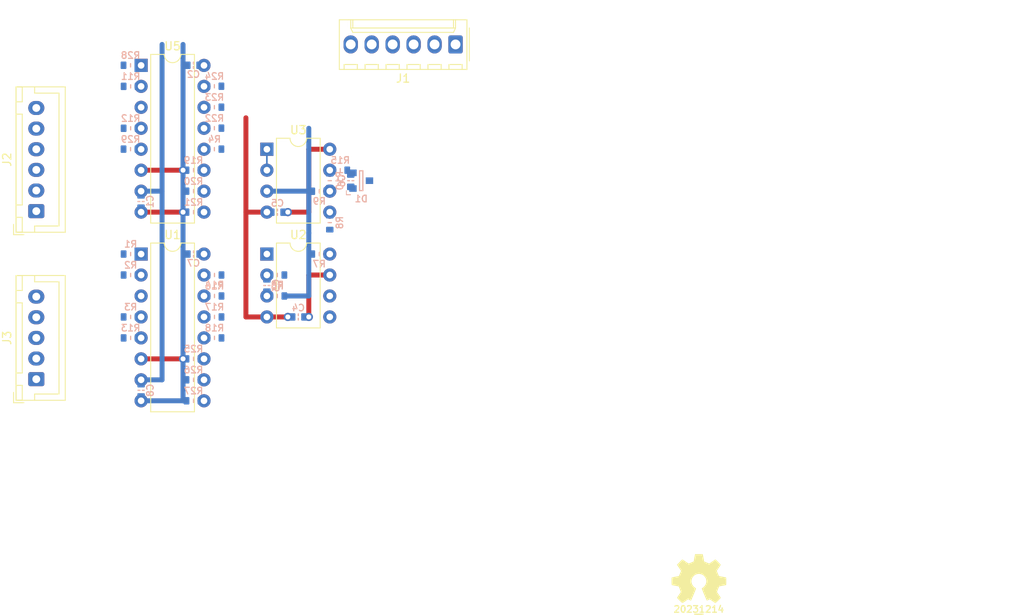
<source format=kicad_pcb>
(kicad_pcb (version 20240108) (generator "pcbnew") (generator_version "8.0")
  (layers (0 "F.Cu" mixed) (31 "B.Cu" mixed) (34 "B.Paste" user) (35 "F.Paste" user) (36 "B.SilkS" user "B.Silkscreen") (37 "F.SilkS" user "F.Silkscreen") (38 "B.Mask" user) (39 "F.Mask" user) (44 "Edge.Cuts" user))
  (net 0 "")
  (net 1 "/-5V")
  (net 2 "GND")
  (net 3 "/+3.3V")
  (net 4 "/SEN+")
  (net 5 "/SEN-")
  (net 6 "/+8V")
  (net 7 "/TC_out")
  (net 9 "/+5V")
  (net 10 "/1_LOAD")
  (net 11 "/1_HDL3")
  (net 12 "/1_COM")
  (net 13 "/1_HDL4")
  (net 14 "/1_HDL6")
  (net 15 "/1_TC")
  (net 16 "Net-(U2-OUT)")
  (net 17 "Net-(U2-OFS3)")
  (net 18 "Net-(U3--IN1)")
  (net 19 "Net-(U3--IN2)")
  (net 22 "/2_C3A")
  (net 23 "/2_Sense")
  (net 24 "/2_C1")
  (net 25 "/2_C2")
  (net 26 "/2_C3B")
  (net 27 "Net-(U1-A4)")
  (net 29 "Net-(U1-A6)")
  (net 30 "Net-(U1-A7)")
  (net 32 "Net-(U5-A6)")
  (net 33 "Net-(U5-A3)")
  (net 34 "Net-(U5-A0)")
  (net 35 "Net-(U5-A1)")
  (net 36 "Net-(U5-A2)")
  (net 39 "Net-(U5-A7)")
  (net 40 "Net-(U5-A4)")
  (net 41 "Net-(U5-A5)")
  (net 42 "/MUX0_2")
  (net 43 "/MUX0_1")
  (net 44 "/MUX0_0")
  (net 45 "Net-(U1-A5)")
  (net 46 "/MUX1_1")
  (net 47 "Net-(U1-A2)")
  (net 48 "/MUX1_2")
  (net 49 "/MUX1_0")
  (net 50 "Net-(U1-A1)")
  (net 51 "Net-(U1-A0)")
  (net 52 "Net-(U1-A3)")
  (net 53 "Net-(U3-+IN2)")
  (net 54 "Net-(U3-OUT2)")
  (footprint "SquantorLabels:Label_Generic" (layer "F.Cu") (at 138.7 91.3)
    (property "Reference" "N1" (hide yes))
    (property "Value" "20231214" (at 0 0 0) (layer "F.SilkS") (effects (font (size 0.8 0.8))))
  )
  (footprint "Symbol:OSHW-Symbol_6.7x6mm_SilkScreen" (layer "F.Cu") (at 138.7 87.6)
    (property "Reference" "N2" (hide yes))
    (property "Value" "OHWLOGO" (hide yes))
  )
  (footprint "Package_DIP:DIP-16_W7.62mm" (layer "F.Cu") (at 71.12 25.4)
    (property "Reference" "U5" (at 3.81 -2.33 360) (layer "F.SilkS"))
    (property "Value" "74XX4051")
    (pad "1" thru_hole rect (at 0 0) (size 1.6 1.6) (drill 0.8) (layers "*.Cu" "*.Mask") (net 40 "Net-(U5-A4)"))
    (pad "2" thru_hole oval (at 0 2.54) (size 1.6 1.6) (drill 0.8) (layers "*.Cu" "*.Mask") (net 32 "Net-(U5-A6)"))
    (pad "3" thru_hole oval (at 0 5.08) (size 1.6 1.6) (drill 0.8) (layers "*.Cu" "*.Mask") (net 5 "/SEN-"))
    (pad "4" thru_hole oval (at 0 7.62) (size 1.6 1.6) (drill 0.8) (layers "*.Cu" "*.Mask") (net 39 "Net-(U5-A7)"))
    (pad "5" thru_hole oval (at 0 10.16) (size 1.6 1.6) (drill 0.8) (layers "*.Cu" "*.Mask") (net 41 "Net-(U5-A5)"))
    (pad "6" thru_hole oval (at 0 12.7) (size 1.6 1.6) (drill 0.8) (layers "*.Cu" "*.Mask") (net 2 "GND"))
    (pad "7" thru_hole oval (at 0 15.24) (size 1.6 1.6) (drill 0.8) (layers "*.Cu" "*.Mask") (net 1 "/-5V"))
    (pad "8" thru_hole oval (at 0 17.78) (size 1.6 1.6) (drill 0.8) (layers "*.Cu" "*.Mask") (net 2 "GND"))
    (pad "9" thru_hole oval (at 7.62 17.78) (size 1.6 1.6) (drill 0.8) (layers "*.Cu" "*.Mask") (net 42 "/MUX0_2"))
    (pad "10" thru_hole oval (at 7.62 15.24) (size 1.6 1.6) (drill 0.8) (layers "*.Cu" "*.Mask") (net 43 "/MUX0_1"))
    (pad "11" thru_hole oval (at 7.62 12.7) (size 1.6 1.6) (drill 0.8) (layers "*.Cu" "*.Mask") (net 44 "/MUX0_0"))
    (pad "12" thru_hole oval (at 7.62 10.16) (size 1.6 1.6) (drill 0.8) (layers "*.Cu" "*.Mask") (net 33 "Net-(U5-A3)"))
    (pad "13" thru_hole oval (at 7.62 7.62) (size 1.6 1.6) (drill 0.8) (layers "*.Cu" "*.Mask") (net 34 "Net-(U5-A0)"))
    (pad "14" thru_hole oval (at 7.62 5.08) (size 1.6 1.6) (drill 0.8) (layers "*.Cu" "*.Mask") (net 35 "Net-(U5-A1)"))
    (pad "15" thru_hole oval (at 7.62 2.54) (size 1.6 1.6) (drill 0.8) (layers "*.Cu" "*.Mask") (net 36 "Net-(U5-A2)"))
    (pad "16" thru_hole oval (at 7.62 0) (size 1.6 1.6) (drill 0.8) (layers "*.Cu" "*.Mask") (net 3 "/+3.3V"))
  )
  (footprint "Connector_Molex:Molex_KK-254_AE-6410-06A_1x06_P2.54mm_Vertical" (layer "F.Cu") (at 109.22 22.86 180)
    (property "Reference" "J1" (at 6.35 -4.12 0) (layer "F.SilkS"))
    (property "Value" "Conn_01x06")
    (pad "1" thru_hole roundrect (at 0 0 180) (size 1.74 2.19) (drill 1.19) (layers "*.Cu" "*.Mask") (roundrect_rratio 0.143678) (net 1 "/-5V"))
    (pad "2" thru_hole oval (at 2.54 0 180) (size 1.74 2.19) (drill 1.19) (layers "*.Cu" "*.Mask") (net 2 "GND"))
    (pad "3" thru_hole oval (at 5.08 0 180) (size 1.74 2.19) (drill 1.19) (layers "*.Cu" "*.Mask") (net 3 "/+3.3V"))
    (pad "4" thru_hole oval (at 7.62 0 180) (size 1.74 2.19) (drill 1.19) (layers "*.Cu" "*.Mask") (net 9 "/+5V"))
    (pad "5" thru_hole oval (at 10.16 0 180) (size 1.74 2.19) (drill 1.19) (layers "*.Cu" "*.Mask") (net 6 "/+8V"))
    (pad "6" thru_hole oval (at 12.7 0 180) (size 1.74 2.19) (drill 1.19) (layers "*.Cu" "*.Mask"))
  )
  (footprint "Package_DIP:DIP-8_W7.62mm" (layer "F.Cu") (at 86.36 35.56)
    (property "Reference" "U3" (at 3.81 -2.33 360) (layer "F.SilkS"))
    (property "Value" "LM358")
    (pad "1" thru_hole rect (at 0 0) (size 1.6 1.6) (drill 0.8) (layers "*.Cu" "*.Mask") (net 18 "Net-(U3--IN1)"))
    (pad "2" thru_hole oval (at 0 2.54) (size 1.6 1.6) (drill 0.8) (layers "*.Cu" "*.Mask") (net 18 "Net-(U3--IN1)"))
    (pad "3" thru_hole oval (at 0 5.08) (size 1.6 1.6) (drill 0.8) (layers "*.Cu" "*.Mask") (net 2 "GND"))
    (pad "4" thru_hole oval (at 0 7.62) (size 1.6 1.6) (drill 0.8) (layers "*.Cu" "*.Mask") (net 1 "/-5V"))
    (pad "5" thru_hole oval (at 7.62 7.62) (size 1.6 1.6) (drill 0.8) (layers "*.Cu" "*.Mask") (net 53 "Net-(U3-+IN2)"))
    (pad "6" thru_hole oval (at 7.62 5.08) (size 1.6 1.6) (drill 0.8) (layers "*.Cu" "*.Mask") (net 19 "Net-(U3--IN2)"))
    (pad "7" thru_hole oval (at 7.62 2.54) (size 1.6 1.6) (drill 0.8) (layers "*.Cu" "*.Mask") (net 54 "Net-(U3-OUT2)"))
    (pad "8" thru_hole oval (at 7.62 0) (size 1.6 1.6) (drill 0.8) (layers "*.Cu" "*.Mask") (net 6 "/+8V"))
  )
  (footprint "Package_DIP:DIP-8_W7.62mm" (layer "F.Cu") (at 86.36 48.26)
    (property "Reference" "U2" (at 3.81 -2.33 0) (layer "F.SilkS"))
    (property "Value" "OP07C")
    (pad "1" thru_hole rect (at 0 0) (size 1.6 1.6) (drill 0.8) (layers "*.Cu" "*.Mask"))
    (pad "2" thru_hole oval (at 0 2.54) (size 1.6 1.6) (drill 0.8) (layers "*.Cu" "*.Mask") (net 5 "/SEN-"))
    (pad "3" thru_hole oval (at 0 5.08) (size 1.6 1.6) (drill 0.8) (layers "*.Cu" "*.Mask") (net 4 "/SEN+"))
    (pad "4" thru_hole oval (at 0 7.62) (size 1.6 1.6) (drill 0.8) (layers "*.Cu" "*.Mask") (net 1 "/-5V"))
    (pad "5" thru_hole oval (at 7.62 7.62) (size 1.6 1.6) (drill 0.8) (layers "*.Cu" "*.Mask"))
    (pad "6" thru_hole oval (at 7.62 5.08) (size 1.6 1.6) (drill 0.8) (layers "*.Cu" "*.Mask") (net 16 "Net-(U2-OUT)"))
    (pad "7" thru_hole oval (at 7.62 2.54) (size 1.6 1.6) (drill 0.8) (layers "*.Cu" "*.Mask") (net 6 "/+8V"))
    (pad "8" thru_hole oval (at 7.62 0) (size 1.6 1.6) (drill 0.8) (layers "*.Cu" "*.Mask") (net 17 "Net-(U2-OFS3)"))
  )
  (footprint "Package_DIP:DIP-16_W7.62mm" (layer "F.Cu") (at 71.12 48.26)
    (property "Reference" "U1" (at 3.81 -2.33 360) (layer "F.SilkS"))
    (property "Value" "74XX4051")
    (pad "1" thru_hole rect (at 0 0) (size 1.6 1.6) (drill 0.8) (layers "*.Cu" "*.Mask") (net 27 "Net-(U1-A4)"))
    (pad "2" thru_hole oval (at 0 2.54) (size 1.6 1.6) (drill 0.8) (layers "*.Cu" "*.Mask") (net 29 "Net-(U1-A6)"))
    (pad "3" thru_hole oval (at 0 5.08) (size 1.6 1.6) (drill 0.8) (layers "*.Cu" "*.Mask") (net 4 "/SEN+"))
    (pad "4" thru_hole oval (at 0 7.62) (size 1.6 1.6) (drill 0.8) (layers "*.Cu" "*.Mask") (net 30 "Net-(U1-A7)"))
    (pad "5" thru_hole oval (at 0 10.16) (size 1.6 1.6) (drill 0.8) (layers "*.Cu" "*.Mask") (net 45 "Net-(U1-A5)"))
    (pad "6" thru_hole oval (at 0 12.7) (size 1.6 1.6) (drill 0.8) (layers "*.Cu" "*.Mask") (net 2 "GND"))
    (pad "7" thru_hole oval (at 0 15.24) (size 1.6 1.6) (drill 0.8) (layers "*.Cu" "*.Mask") (net 1 "/-5V"))
    (pad "8" thru_hole oval (at 0 17.78) (size 1.6 1.6) (drill 0.8) (layers "*.Cu" "*.Mask") (net 2 "GND"))
    (pad "9" thru_hole oval (at 7.62 17.78) (size 1.6 1.6) (drill 0.8) (layers "*.Cu" "*.Mask") (net 48 "/MUX1_2"))
    (pad "10" thru_hole oval (at 7.62 15.24) (size 1.6 1.6) (drill 0.8) (layers "*.Cu" "*.Mask") (net 46 "/MUX1_1"))
    (pad "11" thru_hole oval (at 7.62 12.7) (size 1.6 1.6) (drill 0.8) (layers "*.Cu" "*.Mask") (net 49 "/MUX1_0"))
    (pad "12" thru_hole oval (at 7.62 10.16) (size 1.6 1.6) (drill 0.8) (layers "*.Cu" "*.Mask") (net 52 "Net-(U1-A3)"))
    (pad "13" thru_hole oval (at 7.62 7.62) (size 1.6 1.6) (drill 0.8) (layers "*.Cu" "*.Mask") (net 51 "Net-(U1-A0)"))
    (pad "14" thru_hole oval (at 7.62 5.08) (size 1.6 1.6) (drill 0.8) (layers "*.Cu" "*.Mask") (net 50 "Net-(U1-A1)"))
    (pad "15" thru_hole oval (at 7.62 2.54) (size 1.6 1.6) (drill 0.8) (layers "*.Cu" "*.Mask") (net 47 "Net-(U1-A2)"))
    (pad "16" thru_hole oval (at 7.62 0) (size 1.6 1.6) (drill 0.8) (layers "*.Cu" "*.Mask") (net 3 "/+3.3V"))
  )
  (footprint "Connector_JST:JST_XH_B5B-XH-A_1x05_P2.50mm_Vertical" (layer "F.Cu") (at 58.42 63.42 90)
    (property "Reference" "J3" (at 5 -3.55 90) (layer "F.SilkS"))
    (property "Value" "Conn_01x05")
    (pad "1" thru_hole roundrect (at 0 0 90) (size 1.7 1.95) (drill 0.95) (layers "*.Cu" "*.Mask") (roundrect_rratio 0.147059) (net 24 "/2_C1"))
    (pad "2" thru_hole oval (at 2.5 0 90) (size 1.7 1.95) (drill 0.95) (layers "*.Cu" "*.Mask") (net 26 "/2_C3B"))
    (pad "3" thru_hole oval (at 5 0 90) (size 1.7 1.95) (drill 0.95) (layers "*.Cu" "*.Mask") (net 25 "/2_C2"))
    (pad "4" thru_hole oval (at 7.5 0 90) (size 1.7 1.95) (drill 0.95) (layers "*.Cu" "*.Mask") (net 22 "/2_C3A"))
    (pad "5" thru_hole oval (at 10 0 90) (size 1.7 1.95) (drill 0.95) (layers "*.Cu" "*.Mask") (net 23 "/2_Sense"))
  )
  (footprint "Connector_JST:JST_XH_B6B-XH-A_1x06_P2.50mm_Vertical" (layer "F.Cu") (at 58.42 43.06 90)
    (property "Reference" "J2" (at 6.25 -3.55 90) (layer "F.SilkS"))
    (property "Value" "Conn_01x06")
    (pad "1" thru_hole roundrect (at 0 0 90) (size 1.7 1.95) (drill 0.95) (layers "*.Cu" "*.Mask") (roundrect_rratio 0.147059) (net 15 "/1_TC"))
    (pad "2" thru_hole oval (at 2.5 0 90) (size 1.7 1.95) (drill 0.95) (layers "*.Cu" "*.Mask") (net 12 "/1_COM"))
    (pad "3" thru_hole oval (at 5 0 90) (size 1.7 1.95) (drill 0.95) (layers "*.Cu" "*.Mask") (net 11 "/1_HDL3"))
    (pad "4" thru_hole oval (at 7.5 0 90) (size 1.7 1.95) (drill 0.95) (layers "*.Cu" "*.Mask") (net 13 "/1_HDL4"))
    (pad "5" thru_hole oval (at 10 0 90) (size 1.7 1.95) (drill 0.95) (layers "*.Cu" "*.Mask") (net 10 "/1_LOAD"))
    (pad "6" thru_hole oval (at 12.5 0 90) (size 1.7 1.95) (drill 0.95) (layers "*.Cu" "*.Mask") (net 14 "/1_HDL6"))
  )
  (footprint "SquantorCapacitor:C_0603" (layer "B.Cu") (at 90.17 55.88 180)
    (property "Reference" "C4" (at 0 1.1 0) (layer "B.SilkS") (effects (font (size 0.8 0.8)) (justify mirror)))
    (property "Value" "1u")
    (pad "1" smd roundrect (at -0.75 0 180) (size 0.8 0.9) (layers "B.Cu" "B.Paste" "B.Mask") (roundrect_rratio 0.125) (net 6 "/+8V"))
    (pad "2" smd roundrect (at 0.75 0 180) (size 0.8 0.9) (layers "B.Cu" "B.Paste" "B.Mask") (roundrect_rratio 0.125) (net 1 "/-5V"))
  )
  (footprint "SquantorResistor:R_0603_hand" (layer "B.Cu") (at 69.84 25.385 180)
    (property "Reference" "R28" (at 0 1.2 360) (layer "B.SilkS") (effects (font (size 0.8 0.8)) (justify mirror)))
    (property "Value" "22K6")
    (pad "1" smd roundrect (at -0.85 0 180) (size 0.7 0.9) (layers "B.Cu" "B.Paste" "B.Mask") (roundrect_rratio 0.1428571429) (net 40 "Net-(U5-A4)"))
    (pad "2" smd roundrect (at 0.85 0 180) (size 0.7 0.9) (layers "B.Cu" "B.Paste" "B.Mask") (roundrect_rratio 0.1428571429) (net 25 "/2_C2"))
  )
  (footprint "SquantorResistor:R_0603_hand" (layer "B.Cu") (at 80 35.545 180)
    (property "Reference" "R4" (at 0 1.2 360) (layer "B.SilkS") (effects (font (size 0.8 0.8)) (justify mirror)))
    (property "Value" "22K6")
    (pad "1" smd roundrect (at -0.85 0 180) (size 0.7 0.9) (layers "B.Cu" "B.Paste" "B.Mask") (roundrect_rratio 0.1428571429) (net 26 "/2_C3B"))
    (pad "2" smd roundrect (at 0.85 0 180) (size 0.7 0.9) (layers "B.Cu" "B.Paste" "B.Mask") (roundrect_rratio 0.1428571429) (net 33 "Net-(U5-A3)"))
  )
  (footprint "SquantorResistor:R_0603_hand" (layer "B.Cu") (at 80.01 50.8)
    (property "Reference" "R14" (at 0 1.2 360) (layer "B.SilkS") (effects (font (size 0.8 0.8)) (justify mirror)))
    (property "Value" "22K6")
    (pad "1" smd roundrect (at -0.85 0) (size 0.7 0.9) (layers "B.Cu" "B.Paste" "B.Mask") (roundrect_rratio 0.1428571429) (net 24 "/2_C1"))
    (pad "2" smd roundrect (at 0.85 0) (size 0.7 0.9) (layers "B.Cu" "B.Paste" "B.Mask") (roundrect_rratio 0.1428571429) (net 47 "Net-(U1-A2)"))
  )
  (footprint "SquantorResistor:R_0603_hand" (layer "B.Cu") (at 80.01 58.42 180)
    (property "Reference" "R18" (at 0 1.2 360) (layer "B.SilkS") (effects (font (size 0.8 0.8)) (justify mirror)))
    (property "Value" "22K6")
    (pad "1" smd roundrect (at -0.85 0 180) (size 0.7 0.9) (layers "B.Cu" "B.Paste" "B.Mask") (roundrect_rratio 0.1428571429) (net 26 "/2_C3B"))
    (pad "2" smd roundrect (at 0.85 0 180) (size 0.7 0.9) (layers "B.Cu" "B.Paste" "B.Mask") (roundrect_rratio 0.1428571429) (net 52 "Net-(U1-A3)"))
  )
  (footprint "SquantorResistor:R_0603_hand" (layer "B.Cu") (at 87.63 50.8)
    (property "Reference" "R6" (at 0 1.2 0) (layer "B.SilkS") (effects (font (size 0.8 0.8)) (justify mirror)))
    (property "Value" "590K")
    (pad "1" smd roundrect (at -0.85 0) (size 0.7 0.9) (layers "B.Cu" "B.Paste" "B.Mask") (roundrect_rratio 0.1428571429) (net 5 "/SEN-"))
    (pad "2" smd roundrect (at 0.85 0) (size 0.7 0.9) (layers "B.Cu" "B.Paste" "B.Mask") (roundrect_rratio 0.1428571429) (net 16 "Net-(U2-OUT)"))
  )
  (footprint "SquantorCapacitor:C_0603" (layer "B.Cu") (at 71.12 64.77 90)
    (property "Reference" "C8" (at 0 1.1 90) (layer "B.SilkS") (effects (font (size 0.8 0.8)) (justify mirror)))
    (property "Value" "1u")
    (pad "1" smd roundrect (at -0.75 0 90) (size 0.8 0.9) (layers "B.Cu" "B.Paste" "B.Mask") (roundrect_rratio 0.125) (net 2 "GND"))
    (pad "2" smd roundrect (at 0.75 0 90) (size 0.8 0.9) (layers "B.Cu" "B.Paste" "B.Mask") (roundrect_rratio 0.125) (net 1 "/-5V"))
  )
  (footprint "SquantorResistor:R_0603_hand" (layer "B.Cu") (at 80.01 55.88 180)
    (property "Reference" "R17" (at 0 1.2 360) (layer "B.SilkS") (effects (font (size 0.8 0.8)) (justify mirror)))
    (property "Value" "22K6")
    (pad "1" smd roundrect (at -0.85 0 180) (size 0.7 0.9) (layers "B.Cu" "B.Paste" "B.Mask") (roundrect_rratio 0.1428571429) (net 12 "/1_COM"))
    (pad "2" smd roundrect (at 0.85 0 180) (size 0.7 0.9) (layers "B.Cu" "B.Paste" "B.Mask") (roundrect_rratio 0.1428571429) (net 51 "Net-(U1-A0)"))
  )
  (footprint "SquantorResistor:R_0603_hand" (layer "B.Cu") (at 77.47 40.64 180)
    (property "Reference" "R20" (at 0 1.2 0) (layer "B.SilkS") (effects (font (size 0.8 0.8)) (justify mirror)))
    (property "Value" "47K")
    (pad "1" smd roundrect (at -0.85 0 180) (size 0.7 0.9) (layers "B.Cu" "B.Paste" "B.Mask") (roundrect_rratio 0.1428571429) (net 43 "/MUX0_1"))
    (pad "2" smd roundrect (at 0.85 0 180) (size 0.7 0.9) (layers "B.Cu" "B.Paste" "B.Mask") (roundrect_rratio 0.1428571429) (net 2 "GND"))
  )
  (footprint "SquantorResistor:R_0603_hand" (layer "B.Cu") (at 93.98 44.45 90)
    (property "Reference" "R8" (at 0 1.2 90) (layer "B.SilkS") (effects (font (size 0.8 0.8)) (justify mirror)))
    (property "Value" "2K7")
    (pad "1" smd roundrect (at -0.85 0 90) (size 0.7 0.9) (layers "B.Cu" "B.Paste" "B.Mask") (roundrect_rratio 0.1428571429) (net 16 "Net-(U2-OUT)"))
    (pad "2" smd roundrect (at 0.85 0 90) (size 0.7 0.9) (layers "B.Cu" "B.Paste" "B.Mask") (roundrect_rratio 0.1428571429) (net 53 "Net-(U3-+IN2)"))
  )
  (footprint "SquantorCapacitor:C_0603" (layer "B.Cu") (at 77.46 25.385)
    (property "Reference" "C2" (at 0 1.1 360) (layer "B.SilkS") (effects (font (size 0.8 0.8)) (justify mirror)))
    (property "Value" "1u")
    (pad "1" smd roundrect (at -0.75 0) (size 0.8 0.9) (layers "B.Cu" "B.Paste" "B.Mask") (roundrect_rratio 0.125) (net 2 "GND"))
    (pad "2" smd roundrect (at 0.75 0) (size 0.8 0.9) (layers "B.Cu" "B.Paste" "B.Mask") (roundrect_rratio 0.125) (net 3 "/+3.3V"))
  )
  (footprint "SquantorResistor:R_0603_hand" (layer "B.Cu") (at 80 27.925 180)
    (property "Reference" "R24" (at 0 1.2 360) (layer "B.SilkS") (effects (font (size 0.8 0.8)) (justify mirror)))
    (property "Value" "22K6")
    (pad "1" smd roundrect (at -0.85 0 180) (size 0.7 0.9) (layers "B.Cu" "B.Paste" "B.Mask") (roundrect_rratio 0.1428571429) (net 24 "/2_C1"))
    (pad "2" smd roundrect (at 0.85 0 180) (size 0.7 0.9) (layers "B.Cu" "B.Paste" "B.Mask") (roundrect_rratio 0.1428571429) (net 36 "Net-(U5-A2)"))
  )
  (footprint "SquantorResistor:R_0603_hand" (layer "B.Cu") (at 69.85 48.26 180)
    (property "Reference" "R1" (at 0 1.2 360) (layer "B.SilkS") (effects (font (size 0.8 0.8)) (justify mirror)))
    (property "Value" "22K6")
    (pad "1" smd roundrect (at -0.85 0 180) (size 0.7 0.9) (layers "B.Cu" "B.Paste" "B.Mask") (roundrect_rratio 0.1428571429) (net 27 "Net-(U1-A4)"))
    (pad "2" smd roundrect (at 0.85 0 180) (size 0.7 0.9) (layers "B.Cu" "B.Paste" "B.Mask") (roundrect_rratio 0.1428571429) (net 25 "/2_C2"))
  )
  (footprint "SquantorResistor:R_0603_hand" (layer "B.Cu") (at 77.47 63.5 180)
    (property "Reference" "R26" (at 0 1.2 0) (layer "B.SilkS") (effects (font (size 0.8 0.8)) (justify mirror)))
    (property "Value" "47K")
    (pad "1" smd roundrect (at -0.85 0 180) (size 0.7 0.9) (layers "B.Cu" "B.Paste" "B.Mask") (roundrect_rratio 0.1428571429) (net 46 "/MUX1_1"))
    (pad "2" smd roundrect (at 0.85 0 180) (size 0.7 0.9) (layers "B.Cu" "B.Paste" "B.Mask") (roundrect_rratio 0.1428571429) (net 2 "GND"))
  )
  (footprint "SquantorCapacitor:C_0603" (layer "B.Cu") (at 71.11 41.895 90)
    (property "Reference" "C1" (at 0 1.1 90) (layer "B.SilkS") (effects (font (size 0.8 0.8)) (justify mirror)))
    (property "Value" "1u")
    (pad "1" smd roundrect (at -0.75 0 90) (size 0.8 0.9) (layers "B.Cu" "B.Paste" "B.Mask") (roundrect_rratio 0.125) (net 2 "GND"))
    (pad "2" smd roundrect (at 0.75 0 90) (size 0.8 0.9) (layers "B.Cu" "B.Paste" "B.Mask") (roundrect_rratio 0.125) (net 1 "/-5V"))
  )
  (footprint "SquantorCapacitor:C_0603" (layer "B.Cu") (at 96.52 39.37 -90)
    (property "Reference" "C6" (at 0 1.1 90) (layer "B.SilkS") (effects (font (size 0.8 0.8)) (justify mirror)))
    (property "Value" "1u")
    (pad "1" smd roundrect (at -0.75 0 270) (size 0.8 0.9) (layers "B.Cu" "B.Paste" "B.Mask") (roundrect_rratio 0.125) (net 7 "/TC_out"))
    (pad "2" smd roundrect (at 0.75 0 270) (size 0.8 0.9) (layers "B.Cu" "B.Paste" "B.Mask") (roundrect_rratio 0.125) (net 2 "GND"))
  )
  (footprint "SquantorResistor:R_0603_hand" (layer "B.Cu") (at 95.25 38.1 180)
    (property "Reference" "R15" (at 0 1.2 360) (layer "B.SilkS") (effects (font (size 0.8 0.8)) (justify mirror)))
    (property "Value" "2K2")
    (pad "1" smd roundrect (at -0.85 0 180) (size 0.7 0.9) (layers "B.Cu" "B.Paste" "B.Mask") (roundrect_rratio 0.1428571429) (net 7 "/TC_out"))
    (pad "2" smd roundrect (at 0.85 0 180) (size 0.7 0.9) (layers "B.Cu" "B.Paste" "B.Mask") (roundrect_rratio 0.1428571429) (net 54 "Net-(U3-OUT2)"))
  )
  (footprint "SquantorCapacitor:C_0603" (layer "B.Cu") (at 87.64 43.19 180)
    (property "Reference" "C5" (at 0 1.1 360) (layer "B.SilkS") (effects (font (size 0.8 0.8)) (justify mirror)))
    (property "Value" "1u")
    (pad "1" smd roundrect (at -0.75 0 180) (size 0.8 0.9) (layers "B.Cu" "B.Paste" "B.Mask") (roundrect_rratio 0.125) (net 6 "/+8V"))
    (pad "2" smd roundrect (at 0.75 0 180) (size 0.8 0.9) (layers "B.Cu" "B.Paste" "B.Mask") (roundrect_rratio 0.125) (net 1 "/-5V"))
  )
  (footprint "SquantorResistor:R_0603_hand" (layer "B.Cu") (at 93.98 39.37 90)
    (property "Reference" "R10" (at 0 1.2 90) (layer "B.SilkS") (effects (font (size 0.8 0.8)) (justify mirror)))
    (property "Value" "22K6")
    (pad "1" smd roundrect (at -0.85 0 90) (size 0.7 0.9) (layers "B.Cu" "B.Paste" "B.Mask") (roundrect_rratio 0.1428571429) (net 19 "Net-(U3--IN2)"))
    (pad "2" smd roundrect (at 0.85 0 90) (size 0.7 0.9) (layers "B.Cu" "B.Paste" "B.Mask") (roundrect_rratio 0.1428571429) (net 54 "Net-(U3-OUT2)"))
  )
  (footprint "SquantorResistor:R_0603_hand" (layer "B.Cu") (at 69.85 27.94 180)
    (property "Reference" "R11" (at 0 1.2 360) (layer "B.SilkS") (effects (font (size 0.8 0.8)) (justify mirror)))
    (property "Value" "22K6")
    (pad "1" smd roundrect (at -0.85 0 180) (size 0.7 0.9) (layers "B.Cu" "B.Paste" "B.Mask") (roundrect_rratio 0.1428571429) (net 32 "Net-(U5-A6)"))
    (pad "2" smd roundrect (at 0.85 0 180) (size 0.7 0.9) (layers "B.Cu" "B.Paste" "B.Mask") (roundrect_rratio 0.1428571429))
  )
  (footprint "SquantorResistor:R_0603_hand" (layer "B.Cu") (at 92.71 48.26)
    (property "Reference" "R7" (at 0 1.2 360) (layer "B.SilkS") (effects (font (size 0.8 0.8)) (justify mirror)))
    (property "Value" "82K")
    (pad "1" smd roundrect (at -0.85 0) (size 0.7 0.9) (layers "B.Cu" "B.Paste" "B.Mask") (roundrect_rratio 0.1428571429) (net 2 "GND"))
    (pad "2" smd roundrect (at 0.85 0) (size 0.7 0.9) (layers "B.Cu" "B.Paste" "B.Mask") (roundrect_rratio 0.1428571429) (net 17 "Net-(U2-OFS3)"))
  )
  (footprint "SquantorResistor:R_0603_hand" (layer "B.Cu") (at 77.47 60.96 180)
    (property "Reference" "R25" (at 0 1.2 0) (layer "B.SilkS") (effects (font (size 0.8 0.8)) (justify mirror)))
    (property "Value" "47K")
    (pad "1" smd roundrect (at -0.85 0 180) (size 0.7 0.9) (layers "B.Cu" "B.Paste" "B.Mask") (roundrect_rratio 0.1428571429) (net 49 "/MUX1_0"))
    (pad "2" smd roundrect (at 0.85 0 180) (size 0.7 0.9) (layers "B.Cu" "B.Paste" "B.Mask") (roundrect_rratio 0.1428571429) (net 2 "GND"))
  )
  (footprint "SquantorResistor:R_0603_hand" (layer "B.Cu") (at 80.01 53.34 180)
    (property "Reference" "R16" (at 0 1.2 360) (layer "B.SilkS") (effects (font (size 0.8 0.8)) (justify mirror)))
    (property "Value" "22K6")
    (pad "1" smd roundrect (at -0.85 0 180) (size 0.7 0.9) (layers "B.Cu" "B.Paste" "B.Mask") (roundrect_rratio 0.1428571429) (net 15 "/1_TC"))
    (pad "2" smd roundrect (at 0.85 0 180) (size 0.7 0.9) (layers "B.Cu" "B.Paste" "B.Mask") (roundrect_rratio 0.1428571429) (net 50 "Net-(U1-A1)"))
  )
  (footprint "SquantorCapacitor:C_0603" (layer "B.Cu") (at 86.36 52.07 90)
    (property "Reference" "C3" (at 0 1.1 90) (layer "B.SilkS") (effects (font (size 0.8 0.8)) (justify mirror)))
    (property "Value" "1u")
    (pad "1" smd roundrect (at -0.75 0 90) (size 0.8 0.9) (layers "B.Cu" "B.Paste" "B.Mask") (roundrect_rratio 0.125) (net 4 "/SEN+"))
    (pad "2" smd roundrect (at 0.75 0 90) (size 0.8 0.9) (layers "B.Cu" "B.Paste" "B.Mask") (roundrect_rratio 0.125) (net 5 "/SEN-"))
  )
  (footprint "SquantorResistor:R_0603_hand" (layer "B.Cu") (at 87.63 53.34 180)
    (property "Reference" "R5" (at 0 1.2 360) (layer "B.SilkS") (effects (font (size 0.8 0.8)) (justify mirror)))
    (property "Value" "590K")
    (pad "1" smd roundrect (at -0.85 0 180) (size 0.7 0.9) (layers "B.Cu" "B.Paste" "B.Mask") (roundrect_rratio 0.1428571429) (net 2 "GND"))
    (pad "2" smd roundrect (at 0.85 0 180) (size 0.7 0.9) (layers "B.Cu" "B.Paste" "B.Mask") (roundrect_rratio 0.1428571429) (net 4 "/SEN+"))
  )
  (footprint "SquantorResistor:R_0603_hand" (layer "B.Cu") (at 69.84 35.545 180)
    (property "Reference" "R29" (at 0 1.2 360) (layer "B.SilkS") (effects (font (size 0.8 0.8)) (justify mirror)))
    (property "Value" "22K6")
    (pad "1" smd roundrect (at -0.85 0 180) (size 0.7 0.9) (layers "B.Cu" "B.Paste" "B.Mask") (roundrect_rratio 0.1428571429) (net 41 "Net-(U5-A5)"))
    (pad "2" smd roundrect (at 0.85 0 180) (size 0.7 0.9) (layers "B.Cu" "B.Paste" "B.Mask") (roundrect_rratio 0.1428571429) (net 22 "/2_C3A"))
  )
  (footprint "SquantorResistor:R_0603_hand" (layer "B.Cu") (at 69.85 58.42 180)
    (property "Reference" "R13" (at 0 1.2 360) (layer "B.SilkS") (effects (font (size 0.8 0.8)) (justify mirror)))
    (property "Value" "22K6")
    (pad "1" smd roundrect (at -0.85 0 180) (size 0.7 0.9) (layers "B.Cu" "B.Paste" "B.Mask") (roundrect_rratio 0.1428571429) (net 45 "Net-(U1-A5)"))
    (pad "2" smd roundrect (at 0.85 0 180) (size 0.7 0.9) (layers "B.Cu" "B.Paste" "B.Mask") (roundrect_rratio 0.1428571429) (net 22 "/2_C3A"))
  )
  (footprint "SquantorResistor:R_0603_hand" (layer "B.Cu") (at 69.85 50.8 180)
    (property "Reference" "R2" (at 0 1.2 360) (layer "B.SilkS") (effects (font (size 0.8 0.8)) (justify mirror)))
    (property "Value" "22K6")
    (pad "1" smd roundrect (at -0.85 0 180) (size 0.7 0.9) (layers "B.Cu" "B.Paste" "B.Mask") (roundrect_rratio 0.1428571429) (net 29 "Net-(U1-A6)"))
    (pad "2" smd roundrect (at 0.85 0 180) (size 0.7 0.9) (layers "B.Cu" "B.Paste" "B.Mask") (roundrect_rratio 0.1428571429))
  )
  (footprint "SquantorCapacitor:C_0603" (layer "B.Cu") (at 77.47 48.26)
    (property "Reference" "C7" (at 0 1.1 360) (layer "B.SilkS") (effects (font (size 0.8 0.8)) (justify mirror)))
    (property "Value" "1u")
    (pad "1" smd roundrect (at -0.75 0) (size 0.8 0.9) (layers "B.Cu" "B.Paste" "B.Mask") (roundrect_rratio 0.125) (net 2 "GND"))
    (pad "2" smd roundrect (at 0.75 0) (size 0.8 0.9) (layers "B.Cu" "B.Paste" "B.Mask") (roundrect_rratio 0.125) (net 3 "/+3.3V"))
  )
  (footprint "SquantorResistor:R_0603_hand" (layer "B.Cu") (at 80 33.005 180)
    (property "Reference" "R22" (at 0 1.2 360) (layer "B.SilkS") (effects (font (size 0.8 0.8)) (justify mirror)))
    (property "Value" "22K6")
    (pad "1" smd roundrect (at -0.85 0 180) (size 0.7 0.9) (layers "B.Cu" "B.Paste" "B.Mask") (roundrect_rratio 0.1428571429) (net 15 "/1_TC"))
    (pad "2" smd roundrect (at 0.85 0 180) (size 0.7 0.9) (layers "B.Cu" "B.Paste" "B.Mask") (roundrect_rratio 0.1428571429) (net 34 "Net-(U5-A0)"))
  )
  (footprint "SquantorResistor:R_0603_hand" (layer "B.Cu") (at 92.71 40.65)
    (property "Reference" "R9" (at 0 1.2 360) (layer "B.SilkS") (effects (font (size 0.8 0.8)) (justify mirror)))
    (property "Value" "2K7")
    (pad "1" smd roundrect (at -0.85 0) (size 0.7 0.9) (layers "B.Cu" "B.Paste" "B.Mask") (roundrect_rratio 0.1428571429) (net 2 "GND"))
    (pad "2" smd roundrect (at 0.85 0) (size 0.7 0.9) (layers "B.Cu" "B.Paste" "B.Mask") (roundrect_rratio 0.1428571429) (net 19 "Net-(U3--IN2)"))
  )
  (footprint "SquantorResistor:R_0603_hand" (layer "B.Cu") (at 77.47 43.18 180)
    (property "Reference" "R21" (at 0 1.2 0) (layer "B.SilkS") (effects (font (size 0.8 0.8)) (justify mirror)))
    (property "Value" "47K")
    (pad "1" smd roundrect (at -0.85 0 180) (size 0.7 0.9) (layers "B.Cu" "B.Paste" "B.Mask") (roundrect_rratio 0.1428571429) (net 42 "/MUX0_2"))
    (pad "2" smd roundrect (at 0.85 0 180) (size 0.7 0.9) (layers "B.Cu" "B.Paste" "B.Mask") (roundrect_rratio 0.1428571429) (net 2 "GND"))
  )
  (footprint "SquantorResistor:R_0603_hand" (layer "B.Cu") (at 77.47 38.1 180)
    (property "Reference" "R19" (at 0 1.2 0) (layer "B.SilkS") (effects (font (size 0.8 0.8)) (justify mirror)))
    (property "Value" "47K")
    (pad "1" smd roundrect (at -0.85 0 180) (size 0.7 0.9) (layers "B.Cu" "B.Paste" "B.Mask") (roundrect_rratio 0.1428571429) (net 44 "/MUX0_0"))
    (pad "2" smd roundrect (at 0.85 0 180) (size 0.7 0.9) (layers "B.Cu" "B.Paste" "B.Mask") (roundrect_rratio 0.1428571429) (net 2 "GND"))
  )
  (footprint "SquantorResistor:R_0603_hand" (layer "B.Cu") (at 69.85 55.88 180)
    (property "Reference" "R3" (at 0 1.2 360) (layer "B.SilkS") (effects (font (size 0.8 0.8)) (justify mirror)))
    (property "Value" "22K6")
    (pad "1" smd roundrect (at -0.85 0 180) (size 0.7 0.9) (layers "B.Cu" "B.Paste" "B.Mask") (roundrect_rratio 0.1428571429) (net 30 "Net-(U1-A7)"))
    (pad "2" smd roundrect (at 0.85 0 180) (size 0.7 0.9) (layers "B.Cu" "B.Paste" "B.Mask") (roundrect_rratio 0.1428571429))
  )
  (footprint "SquantorIC:SOT23-3" (layer "B.Cu") (at 97.79 39.37)
    (property "Reference" "D1" (at 0 2.2 360) (layer "B.SilkS") (effects (font (size 0.8 0.8)) (justify mirror)))
    (property "Value" "~")
    (pad "1" smd rect (at -1 0.95 90) (size 0.8 0.9) (layers "B.Cu" "B.Paste" "B.Mask") (net 2 "GND"))
    (pad "2" smd rect (at -1 -0.95 90) (size 0.8 0.9) (layers "B.Cu" "B.Paste" "B.Mask") (net 7 "/TC_out"))
    (pad "3" smd rect (at 1 0 90) (size 0.8 0.9) (layers "B.Cu" "B.Paste" "B.Mask") (net 3 "/+3.3V"))
  )
  (footprint "SquantorResistor:R_0603_hand" (layer "B.Cu") (at 80 30.465 180)
    (property "Reference" "R23" (at 0 1.2 360) (layer "B.SilkS") (effects (font (size 0.8 0.8)) (justify mirror)))
    (property "Value" "22K6")
    (pad "1" smd roundrect (at -0.85 0 180) (size 0.7 0.9) (layers "B.Cu" "B.Paste" "B.Mask") (roundrect_rratio 0.1428571429) (net 10 "/1_LOAD"))
    (pad "2" smd roundrect (at 0.85 0 180) (size 0.7 0.9) (layers "B.Cu" "B.Paste" "B.Mask") (roundrect_rratio 0.1428571429) (net 35 "Net-(U5-A1)"))
  )
  (footprint "SquantorResistor:R_0603_hand" (layer "B.Cu") (at 77.47 66.04 180)
    (property "Reference" "R27" (at 0 1.2 0) (layer "B.SilkS") (effects (font (size 0.8 0.8)) (justify mirror)))
    (property "Value" "47K")
    (pad "1" smd roundrect (at -0.85 0 180) (size 0.7 0.9) (layers "B.Cu" "B.Paste" "B.Mask") (roundrect_rratio 0.1428571429) (net 48 "/MUX1_2"))
    (pad "2" smd roundrect (at 0.85 0 180) (size 0.7 0.9) (layers "B.Cu" "B.Paste" "B.Mask") (roundrect_rratio 0.1428571429) (net 2 "GND"))
  )
  (footprint "SquantorResistor:R_0603_hand" (layer "B.Cu") (at 69.85 33.02 180)
    (property "Reference" "R12" (at 0 1.2 360) (layer "B.SilkS") (effects (font (size 0.8 0.8)) (justify mirror)))
    (property "Value" "22K6")
    (pad "1" smd roundrect (at -0.85 0 180) (size 0.7 0.9) (layers "B.Cu" "B.Paste" "B.Mask") (roundrect_rratio 0.1428571429) (net 39 "Net-(U5-A7)"))
    (pad "2" smd roundrect (at 0.85 0 180) (size 0.7 0.9) (layers "B.Cu" "B.Paste" "B.Mask") (roundrect_rratio 0.1428571429))
  )
  (segment (start 86.36 43.18) (end 83.82 43.18) (width 0.6) (layer "F.Cu") (net 1))
  (segment (start 86.36 55.88) (end 83.82 55.88) (width 0.6) (layer "F.Cu") (net 1))
  (segment (start 83.82 55.88) (end 83.82 43.18) (width 0.6) (layer "F.Cu") (net 1))
  (segment (start 83.82 43.18) (end 83.82 31.75) (width 0.6) (layer "F.Cu") (net 1))
  (segment (start 86.36 55.88) (end 88.9 55.88) (width 0.6) (layer "F.Cu") (net 1))
  (via (at 88.9 55.88) (size 1) (drill 0.6) (layers "F.Cu" "B.Cu") (net 1))
  (segment (start 73.66 40.64) (end 73.66 22.86) (width 0.6) (layer "B.Cu") (net 1))
  (segment (start 71.12 40.64) (end 73.66 40.64) (width 0.6) (layer "B.Cu") (net 1))
  (segment (start 73.66 63.5) (end 73.66 40.64) (width 0.6) (layer "B.Cu") (net 1))
  (segment (start 88.9 55.88) (end 89.42 55.88) (width 0.6) (layer "B.Cu") (net 1))
  (segment (start 71.12 63.5) (end 73.66 63.5) (width 0.6) (layer "B.Cu") (net 1))
  (segment (start 71.12 38.1) (end 76.2 38.1) (width 0.6) (layer "F.Cu") (net 2))
  (segment (start 71.12 43.18) (end 76.2 43.18) (width 0.6) (layer "F.Cu") (net 2))
  (segment (start 71.12 60.96) (end 76.2 60.96) (width 0.6) (layer "F.Cu") (net 2))
  (via (at 76.2 60.96) (size 1) (drill 0.6) (layers "F.Cu" "B.Cu") (net 2))
  (via (at 76.2 38.1) (size 1) (drill 0.6) (layers "F.Cu" "B.Cu") (net 2))
  (via (at 76.2 43.18) (size 1) (drill 0.6) (layers "F.Cu" "B.Cu") (net 2))
  (segment (start 76.2 38.1) (end 76.2 25.4) (width 0.6) (layer "B.Cu") (net 2))
  (segment (start 91.44 40.64) (end 91.44 35.56) (width 0.6) (layer "B.Cu") (net 2))
  (segment (start 91.44 35.56) (end 91.44 33.02) (width 0.6) (layer "B.Cu") (net 2))
  (segment (start 91.44 45.72) (end 91.44 40.64) (width 0.6) (layer "B.Cu") (net 2))
  (segment (start 76.2 43.18) (end 76.2 38.1) (width 0.6) (layer "B.Cu") (net 2))
  (segment (start 76.2 60.96) (end 76.2 43.18) (width 0.6) (layer "B.Cu") (net 2))
  (segment (start 76.2 66.04) (end 76.2 60.96) (width 0.6) (layer "B.Cu") (net 2))
  (segment (start 88.48 53.34) (end 91.44 53.34) (width 0.6) (layer "B.Cu") (net 2))
  (segment (start 71.12 66.04) (end 76.2 66.04) (width 0.6) (layer "B.Cu") (net 2))
  (segment (start 76.2 25.4) (end 76.2 22.86) (width 0.6) (layer "B.Cu") (net 2))
  (segment (start 91.44 53.34) (end 91.44 45.72) (width 0.6) (layer "B.Cu") (net 2))
  (segment (start 86.36 40.64) (end 91.44 40.64) (width 0.6) (layer "B.Cu") (net 2))
  (segment (start 88.9 43.18) (end 91.44 43.18) (width 0.6) (layer "F.Cu") (net 6))
  (segment (start 91.44 55.88) (end 91.44 50.8) (width 0.6) (layer "F.Cu") (net 6))
  (segment (start 91.44 50.8) (end 93.98 50.8) (width 0.6) (layer "F.Cu") (net 6))
  (segment (start 91.44 35.56) (end 93.98 35.56) (width 0.6) (layer "F.Cu") (net 6))
  (segment (start 91.44 43.18) (end 91.44 35.56) (width 0.6) (layer "F.Cu") (net 6))
  (via (at 88.9 43.18) (size 1) (drill 0.6) (layers "F.Cu" "B.Cu") (net 6))
  (via (at 91.44 55.88) (size 1) (drill 0.6) (layers "F.Cu" "B.Cu") (net 6))
  (segment (start 90.92 55.88) (end 91.44 55.88) (width 0.6) (layer "B.Cu") (net 6))
  (segment (start 88.89 43.19) (end 88.9 43.18) (width 0.6) (layer "B.Cu") (net 6))
  (segment (start 88.39 43.19) (end 88.89 43.19) (width 0.6) (layer "B.Cu") (net 6))
  (segment (start 86.36 35.56) (end 86.36 38.1) (width 0.2) (layer "B.Cu") (net 18))
)
</source>
